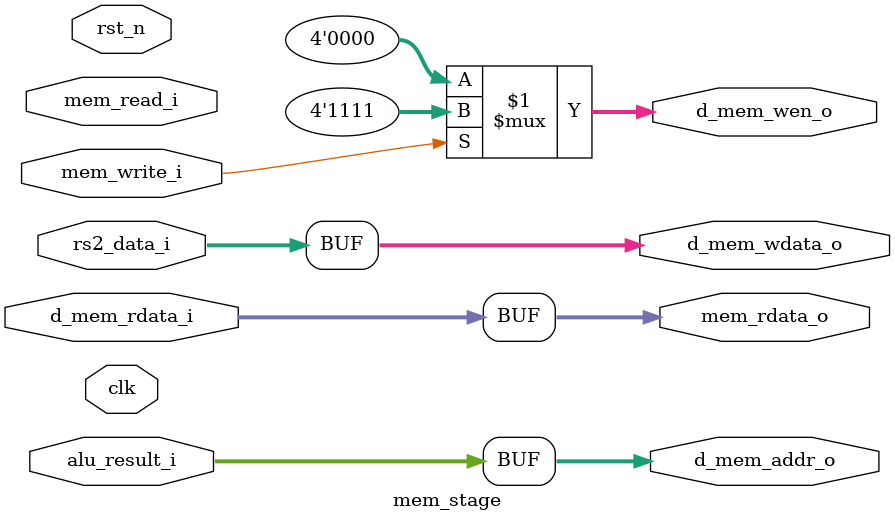
<source format=v>

`timescale 1ns / 1ps

module mem_stage (
    input  wire        clk,
    input  wire        rst_n,

    // 來自 EX/MEM 管線暫存器的輸入（資料路徑）
    input  wire [31:0] alu_result_i,   // ALU 結果（用作 LW/SW 的記憶體位址）
    input  wire [31:0] rs2_data_i,     // 來自 rs2 的資料（用於儲存指令）
    // input  wire        zero_flag_i,    // 來自 ALU 的零旗標（如果在此處進行分支決策）
    // input  wire [31:0] pc_plus_4_i,    // PC+4（如果在此處進行分支目標計算）
    // input  wire [31:0] imm_ext_i,      // 立即值（如果在此處進行分支目標計算）

    // 來自 EX/MEM 管線暫存器的輸入（控制信號）
    input  wire        mem_read_i,     // 記憶體讀取啟用（用於 LW）
    input  wire        mem_write_i,    // 記憶體寫入啟用（用於 SW）

    // 資料記憶體介面
    output wire [31:0] d_mem_addr_o,   // 資料記憶體位址
    output wire [31:0] d_mem_wdata_o,  // 要寫入資料記憶體的資料
    output wire [3:0]  d_mem_wen_o,    // 資料記憶體的寫入啟用（位元組級或字組）
    input  wire [31:0] d_mem_rdata_i,  // 從資料記憶體讀取的資料

    // 輸出到 MEM/WB 管線暫存器
    output wire [31:0] mem_rdata_o     // 從記憶體讀取的資料（用於 LW）
    // output wire        branch_taken_o, // 如果在 MEM 階段進行分支決策
    // output wire [31:0] branch_target_addr_o // 如果在 MEM 階段進行分支決策
);

    // 資料記憶體存取邏輯
    assign d_mem_addr_o  = alu_result_i; // ALU 結果用作載入/儲存的位址
    assign d_mem_wdata_o = rs2_data_i;   // rs2_data 是要儲存的資料

    // 產生資料記憶體的寫入啟用信號
    // 假設為字組存取以簡化。對於位元組/半字組，需要根據 funct3 增加更多邏輯。
    assign d_mem_wen_o = mem_write_i ? 4'b1111 : 4'b0000; // 如果 mem_write 啟用則進行完整字組寫入

    // 輸出從記憶體讀取的資料
    assign mem_rdata_o = d_mem_rdata_i; // 直接傳遞從記憶體讀取的資料

    // 分支邏輯（如果在 MEM 階段進行分支決策）
    // 如果使用來自 ALU 的零旗標（在 EX/MEM 暫存器中）則常見於此。
    // wire branch_condition_met = (mem_read_i == `IS_BRANCH_OP` && zero_flag_i == `EXPECTED_ZERO_FOR_BRANCH`);
    // assign branch_taken_o = branch_condition_met;
    // assign branch_target_addr_o = (branch_condition_met) ? (pc_plus_4_i + imm_ext_i - 4) : pc_plus_4_i; // 簡化版

endmodule

</source>
